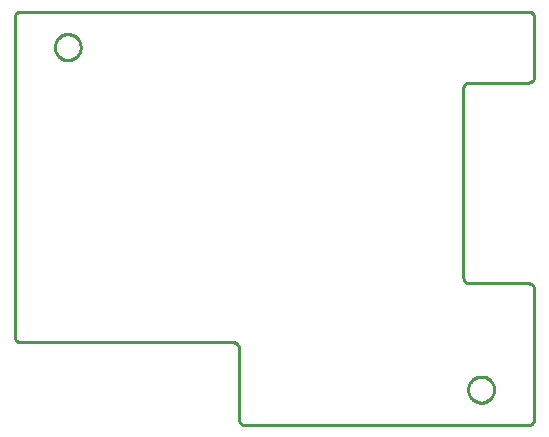
<source format=gko>
G04 EAGLE Gerber RS-274X export*
G75*
%MOMM*%
%FSLAX34Y34*%
%LPD*%
%IN*%
%IPPOS*%
%AMOC8*
5,1,8,0,0,1.08239X$1,22.5*%
G01*
%ADD10C,0.254000*%


D10*
X0Y75000D02*
X19Y74564D01*
X76Y74132D01*
X170Y73706D01*
X302Y73290D01*
X468Y72887D01*
X670Y72500D01*
X904Y72132D01*
X1170Y71786D01*
X1464Y71464D01*
X1786Y71170D01*
X2132Y70904D01*
X2500Y70670D01*
X2887Y70468D01*
X3290Y70302D01*
X3706Y70170D01*
X4132Y70076D01*
X4564Y70019D01*
X5000Y70000D01*
X185000Y70000D01*
X185436Y69981D01*
X185868Y69924D01*
X186294Y69830D01*
X186710Y69698D01*
X187113Y69532D01*
X187500Y69330D01*
X187868Y69096D01*
X188214Y68830D01*
X188536Y68536D01*
X188830Y68214D01*
X189096Y67868D01*
X189330Y67500D01*
X189532Y67113D01*
X189698Y66710D01*
X189830Y66294D01*
X189924Y65868D01*
X189981Y65436D01*
X190000Y65000D01*
X190000Y5000D01*
X190019Y4564D01*
X190076Y4132D01*
X190170Y3706D01*
X190302Y3290D01*
X190468Y2887D01*
X190670Y2500D01*
X190904Y2132D01*
X191170Y1786D01*
X191464Y1464D01*
X191786Y1170D01*
X192132Y904D01*
X192500Y670D01*
X192887Y468D01*
X193290Y302D01*
X193706Y170D01*
X194132Y76D01*
X194564Y19D01*
X195000Y0D01*
X435000Y0D01*
X435436Y19D01*
X435868Y76D01*
X436294Y170D01*
X436710Y302D01*
X437113Y468D01*
X437500Y670D01*
X437868Y904D01*
X438214Y1170D01*
X438536Y1465D01*
X438830Y1786D01*
X439096Y2132D01*
X439330Y2500D01*
X439532Y2887D01*
X439698Y3290D01*
X439830Y3706D01*
X439924Y4132D01*
X439981Y4564D01*
X440000Y5000D01*
X440000Y115000D01*
X439981Y115436D01*
X439924Y115868D01*
X439830Y116294D01*
X439698Y116710D01*
X439532Y117113D01*
X439330Y117500D01*
X439096Y117868D01*
X438830Y118214D01*
X438536Y118536D01*
X438214Y118830D01*
X437868Y119096D01*
X437500Y119330D01*
X437113Y119532D01*
X436710Y119698D01*
X436294Y119830D01*
X435868Y119924D01*
X435436Y119981D01*
X435000Y120000D01*
X385000Y120000D01*
X384564Y120019D01*
X384132Y120076D01*
X383706Y120170D01*
X383290Y120302D01*
X382887Y120468D01*
X382500Y120670D01*
X382132Y120904D01*
X381786Y121170D01*
X381464Y121464D01*
X381170Y121786D01*
X380904Y122132D01*
X380670Y122500D01*
X380468Y122887D01*
X380302Y123290D01*
X380170Y123706D01*
X380076Y124132D01*
X380019Y124564D01*
X380000Y125000D01*
X380000Y285000D01*
X380019Y285436D01*
X380076Y285868D01*
X380170Y286294D01*
X380302Y286710D01*
X380468Y287113D01*
X380670Y287500D01*
X380904Y287868D01*
X381170Y288214D01*
X381464Y288536D01*
X381786Y288830D01*
X382132Y289096D01*
X382500Y289330D01*
X382887Y289532D01*
X383290Y289698D01*
X383706Y289830D01*
X384132Y289924D01*
X384564Y289981D01*
X385000Y290000D01*
X385000Y290000D01*
X435000Y290000D01*
X435436Y290019D01*
X435868Y290076D01*
X436294Y290170D01*
X436710Y290302D01*
X437113Y290468D01*
X437500Y290670D01*
X437868Y290904D01*
X438214Y291170D01*
X438536Y291464D01*
X438830Y291786D01*
X439096Y292132D01*
X439330Y292500D01*
X439532Y292887D01*
X439698Y293290D01*
X439830Y293706D01*
X439924Y294132D01*
X439981Y294564D01*
X440000Y295000D01*
X440000Y345000D01*
X439981Y345436D01*
X439924Y345868D01*
X439830Y346294D01*
X439698Y346710D01*
X439532Y347113D01*
X439330Y347500D01*
X439096Y347868D01*
X438830Y348214D01*
X438536Y348536D01*
X438214Y348830D01*
X437868Y349096D01*
X437500Y349330D01*
X437113Y349532D01*
X436710Y349698D01*
X436294Y349830D01*
X435868Y349924D01*
X435436Y349981D01*
X435000Y350000D01*
X5000Y350000D01*
X4564Y349981D01*
X4132Y349924D01*
X3706Y349830D01*
X3290Y349698D01*
X2887Y349532D01*
X2500Y349330D01*
X2132Y349096D01*
X1786Y348830D01*
X1464Y348536D01*
X1170Y348214D01*
X904Y347868D01*
X670Y347500D01*
X468Y347113D01*
X302Y346710D01*
X170Y346294D01*
X76Y345868D01*
X19Y345436D01*
X0Y345000D01*
X0Y75000D01*
X56000Y319568D02*
X55932Y318706D01*
X55797Y317852D01*
X55595Y317012D01*
X55328Y316190D01*
X54997Y315391D01*
X54605Y314621D01*
X54153Y313884D01*
X53645Y313185D01*
X53084Y312527D01*
X52473Y311916D01*
X51815Y311355D01*
X51116Y310847D01*
X50379Y310395D01*
X49609Y310003D01*
X48810Y309672D01*
X47988Y309405D01*
X47148Y309203D01*
X46294Y309068D01*
X45432Y309000D01*
X44568Y309000D01*
X43706Y309068D01*
X42852Y309203D01*
X42012Y309405D01*
X41190Y309672D01*
X40391Y310003D01*
X39621Y310395D01*
X38884Y310847D01*
X38185Y311355D01*
X37527Y311916D01*
X36916Y312527D01*
X36355Y313185D01*
X35847Y313884D01*
X35395Y314621D01*
X35003Y315391D01*
X34672Y316190D01*
X34405Y317012D01*
X34203Y317852D01*
X34068Y318706D01*
X34000Y319568D01*
X34000Y320432D01*
X34068Y321294D01*
X34203Y322148D01*
X34405Y322988D01*
X34672Y323810D01*
X35003Y324609D01*
X35395Y325379D01*
X35847Y326116D01*
X36355Y326815D01*
X36916Y327473D01*
X37527Y328084D01*
X38185Y328645D01*
X38884Y329153D01*
X39621Y329605D01*
X40391Y329997D01*
X41190Y330328D01*
X42012Y330595D01*
X42852Y330797D01*
X43706Y330932D01*
X44568Y331000D01*
X45432Y331000D01*
X46294Y330932D01*
X47148Y330797D01*
X47988Y330595D01*
X48810Y330328D01*
X49609Y329997D01*
X50379Y329605D01*
X51116Y329153D01*
X51815Y328645D01*
X52473Y328084D01*
X53084Y327473D01*
X53645Y326815D01*
X54153Y326116D01*
X54605Y325379D01*
X54997Y324609D01*
X55328Y323810D01*
X55595Y322988D01*
X55797Y322148D01*
X55932Y321294D01*
X56000Y320432D01*
X56000Y319568D01*
X406000Y29568D02*
X405932Y28706D01*
X405797Y27852D01*
X405595Y27012D01*
X405328Y26190D01*
X404997Y25391D01*
X404605Y24621D01*
X404153Y23884D01*
X403645Y23185D01*
X403084Y22527D01*
X402473Y21916D01*
X401815Y21355D01*
X401116Y20847D01*
X400379Y20395D01*
X399609Y20003D01*
X398810Y19672D01*
X397988Y19405D01*
X397148Y19203D01*
X396294Y19068D01*
X395432Y19000D01*
X394568Y19000D01*
X393706Y19068D01*
X392852Y19203D01*
X392012Y19405D01*
X391190Y19672D01*
X390391Y20003D01*
X389621Y20395D01*
X388884Y20847D01*
X388185Y21355D01*
X387527Y21916D01*
X386916Y22527D01*
X386355Y23185D01*
X385847Y23884D01*
X385395Y24621D01*
X385003Y25391D01*
X384672Y26190D01*
X384405Y27012D01*
X384203Y27852D01*
X384068Y28706D01*
X384000Y29568D01*
X384000Y30432D01*
X384068Y31294D01*
X384203Y32148D01*
X384405Y32988D01*
X384672Y33810D01*
X385003Y34609D01*
X385395Y35379D01*
X385847Y36116D01*
X386355Y36815D01*
X386916Y37473D01*
X387527Y38084D01*
X388185Y38645D01*
X388884Y39153D01*
X389621Y39605D01*
X390391Y39997D01*
X391190Y40328D01*
X392012Y40595D01*
X392852Y40797D01*
X393706Y40932D01*
X394568Y41000D01*
X395432Y41000D01*
X396294Y40932D01*
X397148Y40797D01*
X397988Y40595D01*
X398810Y40328D01*
X399609Y39997D01*
X400379Y39605D01*
X401116Y39153D01*
X401815Y38645D01*
X402473Y38084D01*
X403084Y37473D01*
X403645Y36815D01*
X404153Y36116D01*
X404605Y35379D01*
X404997Y34609D01*
X405328Y33810D01*
X405595Y32988D01*
X405797Y32148D01*
X405932Y31294D01*
X406000Y30432D01*
X406000Y29568D01*
M02*

</source>
